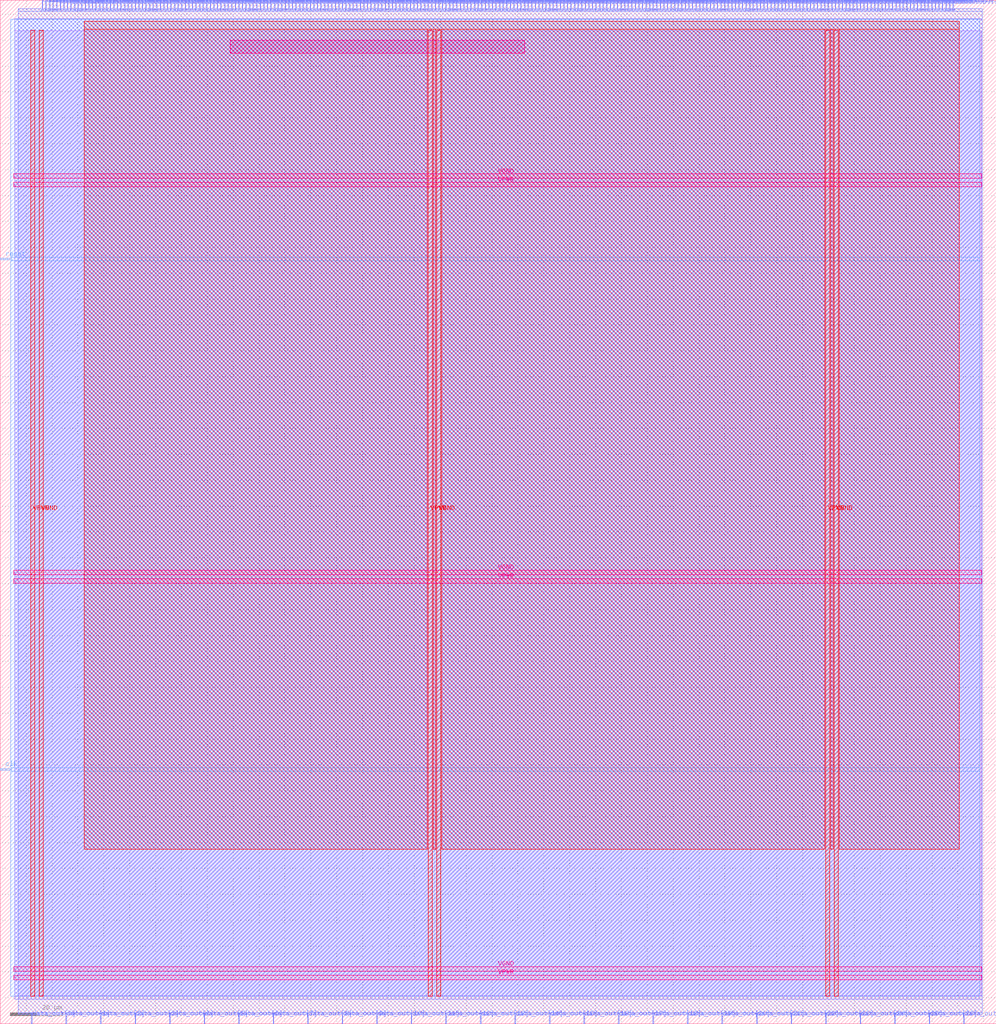
<source format=lef>
VERSION 5.7 ;
  NOWIREEXTENSIONATPIN ON ;
  DIVIDERCHAR "/" ;
  BUSBITCHARS "[]" ;
MACRO mac
  CLASS BLOCK ;
  FOREIGN mac ;
  ORIGIN 0.000 0.000 ;
  SIZE 384.820 BY 395.540 ;
  PIN VGND
    DIRECTION INOUT ;
    USE GROUND ;
    PORT
      LAYER met4 ;
        RECT 15.020 10.640 16.620 383.760 ;
    END
    PORT
      LAYER met4 ;
        RECT 168.620 10.640 170.220 383.760 ;
    END
    PORT
      LAYER met4 ;
        RECT 322.220 10.640 323.820 383.760 ;
    END
    PORT
      LAYER met5 ;
        RECT 5.280 20.380 379.280 21.980 ;
    END
    PORT
      LAYER met5 ;
        RECT 5.280 173.560 379.280 175.160 ;
    END
    PORT
      LAYER met5 ;
        RECT 5.280 326.740 379.280 328.340 ;
    END
  END VGND
  PIN VPWR
    DIRECTION INOUT ;
    USE POWER ;
    PORT
      LAYER met4 ;
        RECT 11.720 10.640 13.320 383.760 ;
    END
    PORT
      LAYER met4 ;
        RECT 165.320 10.640 166.920 383.760 ;
    END
    PORT
      LAYER met4 ;
        RECT 318.920 10.640 320.520 383.760 ;
    END
    PORT
      LAYER met5 ;
        RECT 5.280 17.080 379.280 18.680 ;
    END
    PORT
      LAYER met5 ;
        RECT 5.280 170.260 379.280 171.860 ;
    END
    PORT
      LAYER met5 ;
        RECT 5.280 323.440 379.280 325.040 ;
    END
  END VPWR
  PIN clk
    DIRECTION INPUT ;
    USE SIGNAL ;
    ANTENNAGATEAREA 0.852000 ;
    PORT
      LAYER met3 ;
        RECT 0.000 97.960 4.000 98.560 ;
    END
  END clk
  PIN data_in[0]
    DIRECTION INPUT ;
    USE SIGNAL ;
    ANTENNAGATEAREA 0.159000 ;
    PORT
      LAYER met2 ;
        RECT 16.190 391.540 16.470 395.540 ;
    END
  END data_in[0]
  PIN data_in[100]
    DIRECTION INPUT ;
    USE SIGNAL ;
    ANTENNAGATEAREA 0.159000 ;
    PORT
      LAYER met2 ;
        RECT 154.190 391.540 154.470 395.540 ;
    END
  END data_in[100]
  PIN data_in[101]
    DIRECTION INPUT ;
    USE SIGNAL ;
    ANTENNAGATEAREA 0.159000 ;
    PORT
      LAYER met2 ;
        RECT 155.570 391.540 155.850 395.540 ;
    END
  END data_in[101]
  PIN data_in[102]
    DIRECTION INPUT ;
    USE SIGNAL ;
    ANTENNAGATEAREA 0.159000 ;
    PORT
      LAYER met2 ;
        RECT 156.950 391.540 157.230 395.540 ;
    END
  END data_in[102]
  PIN data_in[103]
    DIRECTION INPUT ;
    USE SIGNAL ;
    ANTENNAGATEAREA 0.213000 ;
    PORT
      LAYER met2 ;
        RECT 158.330 391.540 158.610 395.540 ;
    END
  END data_in[103]
  PIN data_in[104]
    DIRECTION INPUT ;
    USE SIGNAL ;
    ANTENNAGATEAREA 0.213000 ;
    PORT
      LAYER met2 ;
        RECT 159.710 391.540 159.990 395.540 ;
    END
  END data_in[104]
  PIN data_in[105]
    DIRECTION INPUT ;
    USE SIGNAL ;
    ANTENNAGATEAREA 0.213000 ;
    PORT
      LAYER met2 ;
        RECT 161.090 391.540 161.370 395.540 ;
    END
  END data_in[105]
  PIN data_in[106]
    DIRECTION INPUT ;
    USE SIGNAL ;
    ANTENNAGATEAREA 0.213000 ;
    PORT
      LAYER met2 ;
        RECT 162.470 391.540 162.750 395.540 ;
    END
  END data_in[106]
  PIN data_in[107]
    DIRECTION INPUT ;
    USE SIGNAL ;
    ANTENNAGATEAREA 0.213000 ;
    PORT
      LAYER met2 ;
        RECT 163.850 391.540 164.130 395.540 ;
    END
  END data_in[107]
  PIN data_in[108]
    DIRECTION INPUT ;
    USE SIGNAL ;
    ANTENNAGATEAREA 0.196500 ;
    PORT
      LAYER met2 ;
        RECT 165.230 391.540 165.510 395.540 ;
    END
  END data_in[108]
  PIN data_in[109]
    DIRECTION INPUT ;
    USE SIGNAL ;
    ANTENNAGATEAREA 0.159000 ;
    PORT
      LAYER met2 ;
        RECT 166.610 391.540 166.890 395.540 ;
    END
  END data_in[109]
  PIN data_in[10]
    DIRECTION INPUT ;
    USE SIGNAL ;
    ANTENNAGATEAREA 0.159000 ;
    PORT
      LAYER met2 ;
        RECT 29.990 391.540 30.270 395.540 ;
    END
  END data_in[10]
  PIN data_in[110]
    DIRECTION INPUT ;
    USE SIGNAL ;
    ANTENNAGATEAREA 0.213000 ;
    PORT
      LAYER met2 ;
        RECT 167.990 391.540 168.270 395.540 ;
    END
  END data_in[110]
  PIN data_in[111]
    DIRECTION INPUT ;
    USE SIGNAL ;
    ANTENNAGATEAREA 0.196500 ;
    PORT
      LAYER met2 ;
        RECT 169.370 391.540 169.650 395.540 ;
    END
  END data_in[111]
  PIN data_in[112]
    DIRECTION INPUT ;
    USE SIGNAL ;
    ANTENNAGATEAREA 0.213000 ;
    PORT
      LAYER met2 ;
        RECT 170.750 391.540 171.030 395.540 ;
    END
  END data_in[112]
  PIN data_in[113]
    DIRECTION INPUT ;
    USE SIGNAL ;
    ANTENNAGATEAREA 0.213000 ;
    PORT
      LAYER met2 ;
        RECT 172.130 391.540 172.410 395.540 ;
    END
  END data_in[113]
  PIN data_in[114]
    DIRECTION INPUT ;
    USE SIGNAL ;
    ANTENNAGATEAREA 0.213000 ;
    PORT
      LAYER met2 ;
        RECT 173.510 391.540 173.790 395.540 ;
    END
  END data_in[114]
  PIN data_in[115]
    DIRECTION INPUT ;
    USE SIGNAL ;
    ANTENNAGATEAREA 0.247500 ;
    PORT
      LAYER met2 ;
        RECT 174.890 391.540 175.170 395.540 ;
    END
  END data_in[115]
  PIN data_in[116]
    DIRECTION INPUT ;
    USE SIGNAL ;
    ANTENNAGATEAREA 0.247500 ;
    PORT
      LAYER met2 ;
        RECT 176.270 391.540 176.550 395.540 ;
    END
  END data_in[116]
  PIN data_in[117]
    DIRECTION INPUT ;
    USE SIGNAL ;
    ANTENNAGATEAREA 0.247500 ;
    PORT
      LAYER met2 ;
        RECT 177.650 391.540 177.930 395.540 ;
    END
  END data_in[117]
  PIN data_in[118]
    DIRECTION INPUT ;
    USE SIGNAL ;
    ANTENNAGATEAREA 0.213000 ;
    PORT
      LAYER met2 ;
        RECT 179.030 391.540 179.310 395.540 ;
    END
  END data_in[118]
  PIN data_in[119]
    DIRECTION INPUT ;
    USE SIGNAL ;
    ANTENNAGATEAREA 0.213000 ;
    PORT
      LAYER met2 ;
        RECT 180.410 391.540 180.690 395.540 ;
    END
  END data_in[119]
  PIN data_in[11]
    DIRECTION INPUT ;
    USE SIGNAL ;
    ANTENNAGATEAREA 0.126000 ;
    PORT
      LAYER met2 ;
        RECT 31.370 391.540 31.650 395.540 ;
    END
  END data_in[11]
  PIN data_in[120]
    DIRECTION INPUT ;
    USE SIGNAL ;
    ANTENNAGATEAREA 0.213000 ;
    PORT
      LAYER met2 ;
        RECT 181.790 391.540 182.070 395.540 ;
    END
  END data_in[120]
  PIN data_in[121]
    DIRECTION INPUT ;
    USE SIGNAL ;
    ANTENNAGATEAREA 0.213000 ;
    PORT
      LAYER met2 ;
        RECT 183.170 391.540 183.450 395.540 ;
    END
  END data_in[121]
  PIN data_in[122]
    DIRECTION INPUT ;
    USE SIGNAL ;
    ANTENNAGATEAREA 0.247500 ;
    PORT
      LAYER met2 ;
        RECT 184.550 391.540 184.830 395.540 ;
    END
  END data_in[122]
  PIN data_in[123]
    DIRECTION INPUT ;
    USE SIGNAL ;
    ANTENNAGATEAREA 0.247500 ;
    PORT
      LAYER met2 ;
        RECT 185.930 391.540 186.210 395.540 ;
    END
  END data_in[123]
  PIN data_in[124]
    DIRECTION INPUT ;
    USE SIGNAL ;
    ANTENNAGATEAREA 0.213000 ;
    PORT
      LAYER met2 ;
        RECT 187.310 391.540 187.590 395.540 ;
    END
  END data_in[124]
  PIN data_in[125]
    DIRECTION INPUT ;
    USE SIGNAL ;
    ANTENNAGATEAREA 0.247500 ;
    PORT
      LAYER met2 ;
        RECT 188.690 391.540 188.970 395.540 ;
    END
  END data_in[125]
  PIN data_in[126]
    DIRECTION INPUT ;
    USE SIGNAL ;
    ANTENNAGATEAREA 0.213000 ;
    PORT
      LAYER met2 ;
        RECT 190.070 391.540 190.350 395.540 ;
    END
  END data_in[126]
  PIN data_in[127]
    DIRECTION INPUT ;
    USE SIGNAL ;
    ANTENNAGATEAREA 0.213000 ;
    PORT
      LAYER met2 ;
        RECT 191.450 391.540 191.730 395.540 ;
    END
  END data_in[127]
  PIN data_in[128]
    DIRECTION INPUT ;
    USE SIGNAL ;
    ANTENNAGATEAREA 0.159000 ;
    PORT
      LAYER met2 ;
        RECT 192.830 391.540 193.110 395.540 ;
    END
  END data_in[128]
  PIN data_in[129]
    DIRECTION INPUT ;
    USE SIGNAL ;
    ANTENNAGATEAREA 0.213000 ;
    PORT
      LAYER met2 ;
        RECT 194.210 391.540 194.490 395.540 ;
    END
  END data_in[129]
  PIN data_in[12]
    DIRECTION INPUT ;
    USE SIGNAL ;
    ANTENNAGATEAREA 0.213000 ;
    PORT
      LAYER met2 ;
        RECT 32.750 391.540 33.030 395.540 ;
    END
  END data_in[12]
  PIN data_in[130]
    DIRECTION INPUT ;
    USE SIGNAL ;
    ANTENNAGATEAREA 0.213000 ;
    PORT
      LAYER met2 ;
        RECT 195.590 391.540 195.870 395.540 ;
    END
  END data_in[130]
  PIN data_in[131]
    DIRECTION INPUT ;
    USE SIGNAL ;
    ANTENNAGATEAREA 0.247500 ;
    PORT
      LAYER met2 ;
        RECT 196.970 391.540 197.250 395.540 ;
    END
  END data_in[131]
  PIN data_in[132]
    DIRECTION INPUT ;
    USE SIGNAL ;
    ANTENNAGATEAREA 0.213000 ;
    PORT
      LAYER met2 ;
        RECT 198.350 391.540 198.630 395.540 ;
    END
  END data_in[132]
  PIN data_in[133]
    DIRECTION INPUT ;
    USE SIGNAL ;
    ANTENNAGATEAREA 0.159000 ;
    PORT
      LAYER met2 ;
        RECT 199.730 391.540 200.010 395.540 ;
    END
  END data_in[133]
  PIN data_in[134]
    DIRECTION INPUT ;
    USE SIGNAL ;
    ANTENNAGATEAREA 0.159000 ;
    PORT
      LAYER met2 ;
        RECT 201.110 391.540 201.390 395.540 ;
    END
  END data_in[134]
  PIN data_in[135]
    DIRECTION INPUT ;
    USE SIGNAL ;
    ANTENNAGATEAREA 0.213000 ;
    PORT
      LAYER met2 ;
        RECT 202.490 391.540 202.770 395.540 ;
    END
  END data_in[135]
  PIN data_in[136]
    DIRECTION INPUT ;
    USE SIGNAL ;
    ANTENNAGATEAREA 0.213000 ;
    PORT
      LAYER met2 ;
        RECT 203.870 391.540 204.150 395.540 ;
    END
  END data_in[136]
  PIN data_in[137]
    DIRECTION INPUT ;
    USE SIGNAL ;
    ANTENNAGATEAREA 0.159000 ;
    PORT
      LAYER met2 ;
        RECT 205.250 391.540 205.530 395.540 ;
    END
  END data_in[137]
  PIN data_in[138]
    DIRECTION INPUT ;
    USE SIGNAL ;
    ANTENNAGATEAREA 0.213000 ;
    PORT
      LAYER met2 ;
        RECT 206.630 391.540 206.910 395.540 ;
    END
  END data_in[138]
  PIN data_in[139]
    DIRECTION INPUT ;
    USE SIGNAL ;
    ANTENNAGATEAREA 0.213000 ;
    PORT
      LAYER met2 ;
        RECT 208.010 391.540 208.290 395.540 ;
    END
  END data_in[139]
  PIN data_in[13]
    DIRECTION INPUT ;
    USE SIGNAL ;
    ANTENNAGATEAREA 0.213000 ;
    PORT
      LAYER met2 ;
        RECT 34.130 391.540 34.410 395.540 ;
    END
  END data_in[13]
  PIN data_in[140]
    DIRECTION INPUT ;
    USE SIGNAL ;
    ANTENNAGATEAREA 0.213000 ;
    PORT
      LAYER met2 ;
        RECT 209.390 391.540 209.670 395.540 ;
    END
  END data_in[140]
  PIN data_in[141]
    DIRECTION INPUT ;
    USE SIGNAL ;
    ANTENNAGATEAREA 0.159000 ;
    PORT
      LAYER met2 ;
        RECT 210.770 391.540 211.050 395.540 ;
    END
  END data_in[141]
  PIN data_in[142]
    DIRECTION INPUT ;
    USE SIGNAL ;
    ANTENNAGATEAREA 0.213000 ;
    PORT
      LAYER met2 ;
        RECT 212.150 391.540 212.430 395.540 ;
    END
  END data_in[142]
  PIN data_in[143]
    DIRECTION INPUT ;
    USE SIGNAL ;
    ANTENNAGATEAREA 0.213000 ;
    PORT
      LAYER met2 ;
        RECT 213.530 391.540 213.810 395.540 ;
    END
  END data_in[143]
  PIN data_in[144]
    DIRECTION INPUT ;
    USE SIGNAL ;
    ANTENNAGATEAREA 0.213000 ;
    PORT
      LAYER met2 ;
        RECT 214.910 391.540 215.190 395.540 ;
    END
  END data_in[144]
  PIN data_in[145]
    DIRECTION INPUT ;
    USE SIGNAL ;
    ANTENNAGATEAREA 0.213000 ;
    PORT
      LAYER met2 ;
        RECT 216.290 391.540 216.570 395.540 ;
    END
  END data_in[145]
  PIN data_in[146]
    DIRECTION INPUT ;
    USE SIGNAL ;
    ANTENNAGATEAREA 0.159000 ;
    PORT
      LAYER met2 ;
        RECT 217.670 391.540 217.950 395.540 ;
    END
  END data_in[146]
  PIN data_in[147]
    DIRECTION INPUT ;
    USE SIGNAL ;
    ANTENNAGATEAREA 0.213000 ;
    PORT
      LAYER met2 ;
        RECT 219.050 391.540 219.330 395.540 ;
    END
  END data_in[147]
  PIN data_in[148]
    DIRECTION INPUT ;
    USE SIGNAL ;
    ANTENNAGATEAREA 0.159000 ;
    PORT
      LAYER met2 ;
        RECT 220.430 391.540 220.710 395.540 ;
    END
  END data_in[148]
  PIN data_in[149]
    DIRECTION INPUT ;
    USE SIGNAL ;
    ANTENNAGATEAREA 0.213000 ;
    PORT
      LAYER met2 ;
        RECT 221.810 391.540 222.090 395.540 ;
    END
  END data_in[149]
  PIN data_in[14]
    DIRECTION INPUT ;
    USE SIGNAL ;
    ANTENNAGATEAREA 0.159000 ;
    PORT
      LAYER met2 ;
        RECT 35.510 391.540 35.790 395.540 ;
    END
  END data_in[14]
  PIN data_in[150]
    DIRECTION INPUT ;
    USE SIGNAL ;
    ANTENNAGATEAREA 0.159000 ;
    PORT
      LAYER met2 ;
        RECT 223.190 391.540 223.470 395.540 ;
    END
  END data_in[150]
  PIN data_in[151]
    DIRECTION INPUT ;
    USE SIGNAL ;
    ANTENNAGATEAREA 0.213000 ;
    PORT
      LAYER met2 ;
        RECT 224.570 391.540 224.850 395.540 ;
    END
  END data_in[151]
  PIN data_in[152]
    DIRECTION INPUT ;
    USE SIGNAL ;
    ANTENNAGATEAREA 0.159000 ;
    PORT
      LAYER met2 ;
        RECT 225.950 391.540 226.230 395.540 ;
    END
  END data_in[152]
  PIN data_in[153]
    DIRECTION INPUT ;
    USE SIGNAL ;
    ANTENNAGATEAREA 0.159000 ;
    PORT
      LAYER met2 ;
        RECT 227.330 391.540 227.610 395.540 ;
    END
  END data_in[153]
  PIN data_in[154]
    DIRECTION INPUT ;
    USE SIGNAL ;
    ANTENNAGATEAREA 0.213000 ;
    PORT
      LAYER met2 ;
        RECT 228.710 391.540 228.990 395.540 ;
    END
  END data_in[154]
  PIN data_in[155]
    DIRECTION INPUT ;
    USE SIGNAL ;
    ANTENNAGATEAREA 0.213000 ;
    PORT
      LAYER met2 ;
        RECT 230.090 391.540 230.370 395.540 ;
    END
  END data_in[155]
  PIN data_in[156]
    DIRECTION INPUT ;
    USE SIGNAL ;
    ANTENNAGATEAREA 0.159000 ;
    PORT
      LAYER met2 ;
        RECT 231.470 391.540 231.750 395.540 ;
    END
  END data_in[156]
  PIN data_in[157]
    DIRECTION INPUT ;
    USE SIGNAL ;
    ANTENNAGATEAREA 0.213000 ;
    PORT
      LAYER met2 ;
        RECT 232.850 391.540 233.130 395.540 ;
    END
  END data_in[157]
  PIN data_in[158]
    DIRECTION INPUT ;
    USE SIGNAL ;
    ANTENNAGATEAREA 0.159000 ;
    PORT
      LAYER met2 ;
        RECT 234.230 391.540 234.510 395.540 ;
    END
  END data_in[158]
  PIN data_in[159]
    DIRECTION INPUT ;
    USE SIGNAL ;
    ANTENNAGATEAREA 0.159000 ;
    PORT
      LAYER met2 ;
        RECT 235.610 391.540 235.890 395.540 ;
    END
  END data_in[159]
  PIN data_in[15]
    DIRECTION INPUT ;
    USE SIGNAL ;
    ANTENNAGATEAREA 0.213000 ;
    PORT
      LAYER met2 ;
        RECT 36.890 391.540 37.170 395.540 ;
    END
  END data_in[15]
  PIN data_in[160]
    DIRECTION INPUT ;
    USE SIGNAL ;
    ANTENNAGATEAREA 0.213000 ;
    PORT
      LAYER met2 ;
        RECT 236.990 391.540 237.270 395.540 ;
    END
  END data_in[160]
  PIN data_in[161]
    DIRECTION INPUT ;
    USE SIGNAL ;
    ANTENNAGATEAREA 0.159000 ;
    PORT
      LAYER met2 ;
        RECT 238.370 391.540 238.650 395.540 ;
    END
  END data_in[161]
  PIN data_in[162]
    DIRECTION INPUT ;
    USE SIGNAL ;
    ANTENNAGATEAREA 0.159000 ;
    PORT
      LAYER met2 ;
        RECT 239.750 391.540 240.030 395.540 ;
    END
  END data_in[162]
  PIN data_in[163]
    DIRECTION INPUT ;
    USE SIGNAL ;
    ANTENNAGATEAREA 0.213000 ;
    PORT
      LAYER met2 ;
        RECT 241.130 391.540 241.410 395.540 ;
    END
  END data_in[163]
  PIN data_in[164]
    DIRECTION INPUT ;
    USE SIGNAL ;
    ANTENNAGATEAREA 0.213000 ;
    PORT
      LAYER met2 ;
        RECT 242.510 391.540 242.790 395.540 ;
    END
  END data_in[164]
  PIN data_in[165]
    DIRECTION INPUT ;
    USE SIGNAL ;
    ANTENNAGATEAREA 0.213000 ;
    PORT
      LAYER met2 ;
        RECT 243.890 391.540 244.170 395.540 ;
    END
  END data_in[165]
  PIN data_in[166]
    DIRECTION INPUT ;
    USE SIGNAL ;
    ANTENNAGATEAREA 0.159000 ;
    PORT
      LAYER met2 ;
        RECT 245.270 391.540 245.550 395.540 ;
    END
  END data_in[166]
  PIN data_in[167]
    DIRECTION INPUT ;
    USE SIGNAL ;
    ANTENNAGATEAREA 0.159000 ;
    PORT
      LAYER met2 ;
        RECT 246.650 391.540 246.930 395.540 ;
    END
  END data_in[167]
  PIN data_in[168]
    DIRECTION INPUT ;
    USE SIGNAL ;
    ANTENNAGATEAREA 0.159000 ;
    PORT
      LAYER met2 ;
        RECT 248.030 391.540 248.310 395.540 ;
    END
  END data_in[168]
  PIN data_in[169]
    DIRECTION INPUT ;
    USE SIGNAL ;
    ANTENNAGATEAREA 0.159000 ;
    PORT
      LAYER met2 ;
        RECT 249.410 391.540 249.690 395.540 ;
    END
  END data_in[169]
  PIN data_in[16]
    DIRECTION INPUT ;
    USE SIGNAL ;
    ANTENNAGATEAREA 0.247500 ;
    PORT
      LAYER met2 ;
        RECT 38.270 391.540 38.550 395.540 ;
    END
  END data_in[16]
  PIN data_in[170]
    DIRECTION INPUT ;
    USE SIGNAL ;
    ANTENNAGATEAREA 0.213000 ;
    PORT
      LAYER met2 ;
        RECT 250.790 391.540 251.070 395.540 ;
    END
  END data_in[170]
  PIN data_in[171]
    DIRECTION INPUT ;
    USE SIGNAL ;
    ANTENNAGATEAREA 0.159000 ;
    PORT
      LAYER met2 ;
        RECT 252.170 391.540 252.450 395.540 ;
    END
  END data_in[171]
  PIN data_in[172]
    DIRECTION INPUT ;
    USE SIGNAL ;
    ANTENNAGATEAREA 0.213000 ;
    PORT
      LAYER met2 ;
        RECT 253.550 391.540 253.830 395.540 ;
    END
  END data_in[172]
  PIN data_in[173]
    DIRECTION INPUT ;
    USE SIGNAL ;
    ANTENNAGATEAREA 0.159000 ;
    PORT
      LAYER met2 ;
        RECT 254.930 391.540 255.210 395.540 ;
    END
  END data_in[173]
  PIN data_in[174]
    DIRECTION INPUT ;
    USE SIGNAL ;
    ANTENNAGATEAREA 0.213000 ;
    PORT
      LAYER met2 ;
        RECT 256.310 391.540 256.590 395.540 ;
    END
  END data_in[174]
  PIN data_in[175]
    DIRECTION INPUT ;
    USE SIGNAL ;
    ANTENNAGATEAREA 0.213000 ;
    PORT
      LAYER met2 ;
        RECT 257.690 391.540 257.970 395.540 ;
    END
  END data_in[175]
  PIN data_in[176]
    DIRECTION INPUT ;
    USE SIGNAL ;
    ANTENNAGATEAREA 0.213000 ;
    PORT
      LAYER met2 ;
        RECT 259.070 391.540 259.350 395.540 ;
    END
  END data_in[176]
  PIN data_in[177]
    DIRECTION INPUT ;
    USE SIGNAL ;
    ANTENNAGATEAREA 0.159000 ;
    PORT
      LAYER met2 ;
        RECT 260.450 391.540 260.730 395.540 ;
    END
  END data_in[177]
  PIN data_in[178]
    DIRECTION INPUT ;
    USE SIGNAL ;
    ANTENNAGATEAREA 0.213000 ;
    PORT
      LAYER met2 ;
        RECT 261.830 391.540 262.110 395.540 ;
    END
  END data_in[178]
  PIN data_in[179]
    DIRECTION INPUT ;
    USE SIGNAL ;
    ANTENNAGATEAREA 0.213000 ;
    PORT
      LAYER met2 ;
        RECT 263.210 391.540 263.490 395.540 ;
    END
  END data_in[179]
  PIN data_in[17]
    DIRECTION INPUT ;
    USE SIGNAL ;
    ANTENNAGATEAREA 0.247500 ;
    PORT
      LAYER met2 ;
        RECT 39.650 391.540 39.930 395.540 ;
    END
  END data_in[17]
  PIN data_in[180]
    DIRECTION INPUT ;
    USE SIGNAL ;
    ANTENNAGATEAREA 0.213000 ;
    PORT
      LAYER met2 ;
        RECT 264.590 391.540 264.870 395.540 ;
    END
  END data_in[180]
  PIN data_in[181]
    DIRECTION INPUT ;
    USE SIGNAL ;
    ANTENNAGATEAREA 0.213000 ;
    PORT
      LAYER met2 ;
        RECT 265.970 391.540 266.250 395.540 ;
    END
  END data_in[181]
  PIN data_in[182]
    DIRECTION INPUT ;
    USE SIGNAL ;
    ANTENNAGATEAREA 0.213000 ;
    PORT
      LAYER met2 ;
        RECT 267.350 391.540 267.630 395.540 ;
    END
  END data_in[182]
  PIN data_in[183]
    DIRECTION INPUT ;
    USE SIGNAL ;
    ANTENNAGATEAREA 0.213000 ;
    PORT
      LAYER met2 ;
        RECT 268.730 391.540 269.010 395.540 ;
    END
  END data_in[183]
  PIN data_in[184]
    DIRECTION INPUT ;
    USE SIGNAL ;
    ANTENNAGATEAREA 0.159000 ;
    PORT
      LAYER met2 ;
        RECT 270.110 391.540 270.390 395.540 ;
    END
  END data_in[184]
  PIN data_in[185]
    DIRECTION INPUT ;
    USE SIGNAL ;
    ANTENNAGATEAREA 0.126000 ;
    PORT
      LAYER met2 ;
        RECT 271.490 391.540 271.770 395.540 ;
    END
  END data_in[185]
  PIN data_in[186]
    DIRECTION INPUT ;
    USE SIGNAL ;
    ANTENNAGATEAREA 0.213000 ;
    PORT
      LAYER met2 ;
        RECT 272.870 391.540 273.150 395.540 ;
    END
  END data_in[186]
  PIN data_in[187]
    DIRECTION INPUT ;
    USE SIGNAL ;
    ANTENNAGATEAREA 0.159000 ;
    PORT
      LAYER met2 ;
        RECT 274.250 391.540 274.530 395.540 ;
    END
  END data_in[187]
  PIN data_in[188]
    DIRECTION INPUT ;
    USE SIGNAL ;
    ANTENNAGATEAREA 0.213000 ;
    PORT
      LAYER met2 ;
        RECT 275.630 391.540 275.910 395.540 ;
    END
  END data_in[188]
  PIN data_in[189]
    DIRECTION INPUT ;
    USE SIGNAL ;
    ANTENNAGATEAREA 0.159000 ;
    PORT
      LAYER met2 ;
        RECT 277.010 391.540 277.290 395.540 ;
    END
  END data_in[189]
  PIN data_in[18]
    DIRECTION INPUT ;
    USE SIGNAL ;
    ANTENNAGATEAREA 0.213000 ;
    PORT
      LAYER met2 ;
        RECT 41.030 391.540 41.310 395.540 ;
    END
  END data_in[18]
  PIN data_in[190]
    DIRECTION INPUT ;
    USE SIGNAL ;
    ANTENNAGATEAREA 0.159000 ;
    PORT
      LAYER met2 ;
        RECT 278.390 391.540 278.670 395.540 ;
    END
  END data_in[190]
  PIN data_in[191]
    DIRECTION INPUT ;
    USE SIGNAL ;
    ANTENNAGATEAREA 0.159000 ;
    PORT
      LAYER met2 ;
        RECT 279.770 391.540 280.050 395.540 ;
    END
  END data_in[191]
  PIN data_in[192]
    DIRECTION INPUT ;
    USE SIGNAL ;
    ANTENNAGATEAREA 0.213000 ;
    PORT
      LAYER met2 ;
        RECT 281.150 391.540 281.430 395.540 ;
    END
  END data_in[192]
  PIN data_in[193]
    DIRECTION INPUT ;
    USE SIGNAL ;
    ANTENNAGATEAREA 0.247500 ;
    PORT
      LAYER met2 ;
        RECT 282.530 391.540 282.810 395.540 ;
    END
  END data_in[193]
  PIN data_in[194]
    DIRECTION INPUT ;
    USE SIGNAL ;
    ANTENNAGATEAREA 0.213000 ;
    PORT
      LAYER met2 ;
        RECT 283.910 391.540 284.190 395.540 ;
    END
  END data_in[194]
  PIN data_in[195]
    DIRECTION INPUT ;
    USE SIGNAL ;
    ANTENNAGATEAREA 0.213000 ;
    PORT
      LAYER met2 ;
        RECT 285.290 391.540 285.570 395.540 ;
    END
  END data_in[195]
  PIN data_in[196]
    DIRECTION INPUT ;
    USE SIGNAL ;
    ANTENNAGATEAREA 0.213000 ;
    PORT
      LAYER met2 ;
        RECT 286.670 391.540 286.950 395.540 ;
    END
  END data_in[196]
  PIN data_in[197]
    DIRECTION INPUT ;
    USE SIGNAL ;
    ANTENNAGATEAREA 0.213000 ;
    PORT
      LAYER met2 ;
        RECT 288.050 391.540 288.330 395.540 ;
    END
  END data_in[197]
  PIN data_in[198]
    DIRECTION INPUT ;
    USE SIGNAL ;
    ANTENNAGATEAREA 0.247500 ;
    PORT
      LAYER met2 ;
        RECT 289.430 391.540 289.710 395.540 ;
    END
  END data_in[198]
  PIN data_in[199]
    DIRECTION INPUT ;
    USE SIGNAL ;
    ANTENNAGATEAREA 0.213000 ;
    PORT
      LAYER met2 ;
        RECT 290.810 391.540 291.090 395.540 ;
    END
  END data_in[199]
  PIN data_in[19]
    DIRECTION INPUT ;
    USE SIGNAL ;
    ANTENNAGATEAREA 0.213000 ;
    PORT
      LAYER met2 ;
        RECT 42.410 391.540 42.690 395.540 ;
    END
  END data_in[19]
  PIN data_in[1]
    DIRECTION INPUT ;
    USE SIGNAL ;
    ANTENNAGATEAREA 0.247500 ;
    PORT
      LAYER met2 ;
        RECT 17.570 391.540 17.850 395.540 ;
    END
  END data_in[1]
  PIN data_in[200]
    DIRECTION INPUT ;
    USE SIGNAL ;
    ANTENNAGATEAREA 0.213000 ;
    PORT
      LAYER met2 ;
        RECT 292.190 391.540 292.470 395.540 ;
    END
  END data_in[200]
  PIN data_in[201]
    DIRECTION INPUT ;
    USE SIGNAL ;
    ANTENNAGATEAREA 0.213000 ;
    PORT
      LAYER met2 ;
        RECT 293.570 391.540 293.850 395.540 ;
    END
  END data_in[201]
  PIN data_in[202]
    DIRECTION INPUT ;
    USE SIGNAL ;
    ANTENNAGATEAREA 0.213000 ;
    PORT
      LAYER met2 ;
        RECT 294.950 391.540 295.230 395.540 ;
    END
  END data_in[202]
  PIN data_in[203]
    DIRECTION INPUT ;
    USE SIGNAL ;
    ANTENNAGATEAREA 0.247500 ;
    PORT
      LAYER met2 ;
        RECT 296.330 391.540 296.610 395.540 ;
    END
  END data_in[203]
  PIN data_in[204]
    DIRECTION INPUT ;
    USE SIGNAL ;
    ANTENNAGATEAREA 0.213000 ;
    PORT
      LAYER met2 ;
        RECT 297.710 391.540 297.990 395.540 ;
    END
  END data_in[204]
  PIN data_in[205]
    DIRECTION INPUT ;
    USE SIGNAL ;
    ANTENNAGATEAREA 0.213000 ;
    PORT
      LAYER met2 ;
        RECT 299.090 391.540 299.370 395.540 ;
    END
  END data_in[205]
  PIN data_in[206]
    DIRECTION INPUT ;
    USE SIGNAL ;
    ANTENNAGATEAREA 0.247500 ;
    PORT
      LAYER met2 ;
        RECT 300.470 391.540 300.750 395.540 ;
    END
  END data_in[206]
  PIN data_in[207]
    DIRECTION INPUT ;
    USE SIGNAL ;
    ANTENNAGATEAREA 0.159000 ;
    PORT
      LAYER met2 ;
        RECT 301.850 391.540 302.130 395.540 ;
    END
  END data_in[207]
  PIN data_in[208]
    DIRECTION INPUT ;
    USE SIGNAL ;
    ANTENNAGATEAREA 0.213000 ;
    PORT
      LAYER met2 ;
        RECT 303.230 391.540 303.510 395.540 ;
    END
  END data_in[208]
  PIN data_in[209]
    DIRECTION INPUT ;
    USE SIGNAL ;
    ANTENNAGATEAREA 0.213000 ;
    PORT
      LAYER met2 ;
        RECT 304.610 391.540 304.890 395.540 ;
    END
  END data_in[209]
  PIN data_in[20]
    DIRECTION INPUT ;
    USE SIGNAL ;
    ANTENNAGATEAREA 0.213000 ;
    PORT
      LAYER met2 ;
        RECT 43.790 391.540 44.070 395.540 ;
    END
  END data_in[20]
  PIN data_in[210]
    DIRECTION INPUT ;
    USE SIGNAL ;
    ANTENNAGATEAREA 0.213000 ;
    PORT
      LAYER met2 ;
        RECT 305.990 391.540 306.270 395.540 ;
    END
  END data_in[210]
  PIN data_in[211]
    DIRECTION INPUT ;
    USE SIGNAL ;
    ANTENNAGATEAREA 0.213000 ;
    PORT
      LAYER met2 ;
        RECT 307.370 391.540 307.650 395.540 ;
    END
  END data_in[211]
  PIN data_in[212]
    DIRECTION INPUT ;
    USE SIGNAL ;
    ANTENNAGATEAREA 0.159000 ;
    PORT
      LAYER met2 ;
        RECT 308.750 391.540 309.030 395.540 ;
    END
  END data_in[212]
  PIN data_in[213]
    DIRECTION INPUT ;
    USE SIGNAL ;
    ANTENNAGATEAREA 0.159000 ;
    PORT
      LAYER met2 ;
        RECT 310.130 391.540 310.410 395.540 ;
    END
  END data_in[213]
  PIN data_in[214]
    DIRECTION INPUT ;
    USE SIGNAL ;
    ANTENNAGATEAREA 0.159000 ;
    PORT
      LAYER met2 ;
        RECT 311.510 391.540 311.790 395.540 ;
    END
  END data_in[214]
  PIN data_in[215]
    DIRECTION INPUT ;
    USE SIGNAL ;
    ANTENNAGATEAREA 0.213000 ;
    PORT
      LAYER met2 ;
        RECT 312.890 391.540 313.170 395.540 ;
    END
  END data_in[215]
  PIN data_in[216]
    DIRECTION INPUT ;
    USE SIGNAL ;
    ANTENNAGATEAREA 0.159000 ;
    PORT
      LAYER met2 ;
        RECT 314.270 391.540 314.550 395.540 ;
    END
  END data_in[216]
  PIN data_in[217]
    DIRECTION INPUT ;
    USE SIGNAL ;
    ANTENNAGATEAREA 0.213000 ;
    PORT
      LAYER met2 ;
        RECT 315.650 391.540 315.930 395.540 ;
    END
  END data_in[217]
  PIN data_in[218]
    DIRECTION INPUT ;
    USE SIGNAL ;
    ANTENNAGATEAREA 0.213000 ;
    PORT
      LAYER met2 ;
        RECT 317.030 391.540 317.310 395.540 ;
    END
  END data_in[218]
  PIN data_in[219]
    DIRECTION INPUT ;
    USE SIGNAL ;
    ANTENNAGATEAREA 0.213000 ;
    PORT
      LAYER met2 ;
        RECT 318.410 391.540 318.690 395.540 ;
    END
  END data_in[219]
  PIN data_in[21]
    DIRECTION INPUT ;
    USE SIGNAL ;
    ANTENNAGATEAREA 0.213000 ;
    PORT
      LAYER met2 ;
        RECT 45.170 391.540 45.450 395.540 ;
    END
  END data_in[21]
  PIN data_in[220]
    DIRECTION INPUT ;
    USE SIGNAL ;
    ANTENNAGATEAREA 0.213000 ;
    PORT
      LAYER met2 ;
        RECT 319.790 391.540 320.070 395.540 ;
    END
  END data_in[220]
  PIN data_in[221]
    DIRECTION INPUT ;
    USE SIGNAL ;
    ANTENNAGATEAREA 0.213000 ;
    PORT
      LAYER met2 ;
        RECT 321.170 391.540 321.450 395.540 ;
    END
  END data_in[221]
  PIN data_in[222]
    DIRECTION INPUT ;
    USE SIGNAL ;
    ANTENNAGATEAREA 0.213000 ;
    PORT
      LAYER met2 ;
        RECT 322.550 391.540 322.830 395.540 ;
    END
  END data_in[222]
  PIN data_in[223]
    DIRECTION INPUT ;
    USE SIGNAL ;
    ANTENNAGATEAREA 0.159000 ;
    PORT
      LAYER met2 ;
        RECT 323.930 391.540 324.210 395.540 ;
    END
  END data_in[223]
  PIN data_in[224]
    DIRECTION INPUT ;
    USE SIGNAL ;
    ANTENNAGATEAREA 0.213000 ;
    PORT
      LAYER met2 ;
        RECT 325.310 391.540 325.590 395.540 ;
    END
  END data_in[224]
  PIN data_in[225]
    DIRECTION INPUT ;
    USE SIGNAL ;
    ANTENNAGATEAREA 0.159000 ;
    PORT
      LAYER met2 ;
        RECT 326.690 391.540 326.970 395.540 ;
    END
  END data_in[225]
  PIN data_in[226]
    DIRECTION INPUT ;
    USE SIGNAL ;
    ANTENNAGATEAREA 0.196500 ;
    PORT
      LAYER met2 ;
        RECT 328.070 391.540 328.350 395.540 ;
    END
  END data_in[226]
  PIN data_in[227]
    DIRECTION INPUT ;
    USE SIGNAL ;
    ANTENNAGATEAREA 0.159000 ;
    PORT
      LAYER met2 ;
        RECT 329.450 391.540 329.730 395.540 ;
    END
  END data_in[227]
  PIN data_in[228]
    DIRECTION INPUT ;
    USE SIGNAL ;
    ANTENNAGATEAREA 0.213000 ;
    PORT
      LAYER met2 ;
        RECT 330.830 391.540 331.110 395.540 ;
    END
  END data_in[228]
  PIN data_in[229]
    DIRECTION INPUT ;
    USE SIGNAL ;
    ANTENNAGATEAREA 0.213000 ;
    PORT
      LAYER met2 ;
        RECT 332.210 391.540 332.490 395.540 ;
    END
  END data_in[229]
  PIN data_in[22]
    DIRECTION INPUT ;
    USE SIGNAL ;
    ANTENNAGATEAREA 0.213000 ;
    PORT
      LAYER met2 ;
        RECT 46.550 391.540 46.830 395.540 ;
    END
  END data_in[22]
  PIN data_in[230]
    DIRECTION INPUT ;
    USE SIGNAL ;
    ANTENNAGATEAREA 0.159000 ;
    PORT
      LAYER met2 ;
        RECT 333.590 391.540 333.870 395.540 ;
    END
  END data_in[230]
  PIN data_in[231]
    DIRECTION INPUT ;
    USE SIGNAL ;
    ANTENNAGATEAREA 0.213000 ;
    PORT
      LAYER met2 ;
        RECT 334.970 391.540 335.250 395.540 ;
    END
  END data_in[231]
  PIN data_in[232]
    DIRECTION INPUT ;
    USE SIGNAL ;
    ANTENNAGATEAREA 0.213000 ;
    PORT
      LAYER met2 ;
        RECT 336.350 391.540 336.630 395.540 ;
    END
  END data_in[232]
  PIN data_in[233]
    DIRECTION INPUT ;
    USE SIGNAL ;
    ANTENNAGATEAREA 0.213000 ;
    PORT
      LAYER met2 ;
        RECT 337.730 391.540 338.010 395.540 ;
    END
  END data_in[233]
  PIN data_in[234]
    DIRECTION INPUT ;
    USE SIGNAL ;
    ANTENNAGATEAREA 0.159000 ;
    PORT
      LAYER met2 ;
        RECT 339.110 391.540 339.390 395.540 ;
    END
  END data_in[234]
  PIN data_in[235]
    DIRECTION INPUT ;
    USE SIGNAL ;
    ANTENNAGATEAREA 0.159000 ;
    PORT
      LAYER met2 ;
        RECT 340.490 391.540 340.770 395.540 ;
    END
  END data_in[235]
  PIN data_in[236]
    DIRECTION INPUT ;
    USE SIGNAL ;
    ANTENNAGATEAREA 0.196500 ;
    PORT
      LAYER met2 ;
        RECT 341.870 391.540 342.150 395.540 ;
    END
  END data_in[236]
  PIN data_in[237]
    DIRECTION INPUT ;
    USE SIGNAL ;
    ANTENNAGATEAREA 0.213000 ;
    PORT
      LAYER met2 ;
        RECT 343.250 391.540 343.530 395.540 ;
    END
  END data_in[237]
  PIN data_in[238]
    DIRECTION INPUT ;
    USE SIGNAL ;
    ANTENNAGATEAREA 0.159000 ;
    PORT
      LAYER met2 ;
        RECT 344.630 391.540 344.910 395.540 ;
    END
  END data_in[238]
  PIN data_in[239]
    DIRECTION INPUT ;
    USE SIGNAL ;
    ANTENNAGATEAREA 0.213000 ;
    PORT
      LAYER met2 ;
        RECT 346.010 391.540 346.290 395.540 ;
    END
  END data_in[239]
  PIN data_in[23]
    DIRECTION INPUT ;
    USE SIGNAL ;
    ANTENNAGATEAREA 0.159000 ;
    PORT
      LAYER met2 ;
        RECT 47.930 391.540 48.210 395.540 ;
    END
  END data_in[23]
  PIN data_in[240]
    DIRECTION INPUT ;
    USE SIGNAL ;
    ANTENNAGATEAREA 0.159000 ;
    PORT
      LAYER met2 ;
        RECT 347.390 391.540 347.670 395.540 ;
    END
  END data_in[240]
  PIN data_in[241]
    DIRECTION INPUT ;
    USE SIGNAL ;
    ANTENNAGATEAREA 0.159000 ;
    PORT
      LAYER met2 ;
        RECT 348.770 391.540 349.050 395.540 ;
    END
  END data_in[241]
  PIN data_in[242]
    DIRECTION INPUT ;
    USE SIGNAL ;
    ANTENNAGATEAREA 0.213000 ;
    PORT
      LAYER met2 ;
        RECT 350.150 391.540 350.430 395.540 ;
    END
  END data_in[242]
  PIN data_in[243]
    DIRECTION INPUT ;
    USE SIGNAL ;
    ANTENNAGATEAREA 0.159000 ;
    PORT
      LAYER met2 ;
        RECT 351.530 391.540 351.810 395.540 ;
    END
  END data_in[243]
  PIN data_in[244]
    DIRECTION INPUT ;
    USE SIGNAL ;
    ANTENNAGATEAREA 0.213000 ;
    PORT
      LAYER met2 ;
        RECT 352.910 391.540 353.190 395.540 ;
    END
  END data_in[244]
  PIN data_in[245]
    DIRECTION INPUT ;
    USE SIGNAL ;
    ANTENNAGATEAREA 0.213000 ;
    PORT
      LAYER met2 ;
        RECT 354.290 391.540 354.570 395.540 ;
    END
  END data_in[245]
  PIN data_in[246]
    DIRECTION INPUT ;
    USE SIGNAL ;
    ANTENNAGATEAREA 0.159000 ;
    PORT
      LAYER met2 ;
        RECT 355.670 391.540 355.950 395.540 ;
    END
  END data_in[246]
  PIN data_in[247]
    DIRECTION INPUT ;
    USE SIGNAL ;
    ANTENNAGATEAREA 0.159000 ;
    PORT
      LAYER met2 ;
        RECT 357.050 391.540 357.330 395.540 ;
    END
  END data_in[247]
  PIN data_in[248]
    DIRECTION INPUT ;
    USE SIGNAL ;
    ANTENNAGATEAREA 0.159000 ;
    PORT
      LAYER met2 ;
        RECT 358.430 391.540 358.710 395.540 ;
    END
  END data_in[248]
  PIN data_in[249]
    DIRECTION INPUT ;
    USE SIGNAL ;
    ANTENNAGATEAREA 0.213000 ;
    PORT
      LAYER met2 ;
        RECT 359.810 391.540 360.090 395.540 ;
    END
  END data_in[249]
  PIN data_in[24]
    DIRECTION INPUT ;
    USE SIGNAL ;
    ANTENNAGATEAREA 0.159000 ;
    PORT
      LAYER met2 ;
        RECT 49.310 391.540 49.590 395.540 ;
    END
  END data_in[24]
  PIN data_in[250]
    DIRECTION INPUT ;
    USE SIGNAL ;
    ANTENNAGATEAREA 0.159000 ;
    PORT
      LAYER met2 ;
        RECT 361.190 391.540 361.470 395.540 ;
    END
  END data_in[250]
  PIN data_in[251]
    DIRECTION INPUT ;
    USE SIGNAL ;
    ANTENNAGATEAREA 0.213000 ;
    PORT
      LAYER met2 ;
        RECT 362.570 391.540 362.850 395.540 ;
    END
  END data_in[251]
  PIN data_in[252]
    DIRECTION INPUT ;
    USE SIGNAL ;
    ANTENNAGATEAREA 0.213000 ;
    PORT
      LAYER met2 ;
        RECT 363.950 391.540 364.230 395.540 ;
    END
  END data_in[252]
  PIN data_in[253]
    DIRECTION INPUT ;
    USE SIGNAL ;
    ANTENNAGATEAREA 0.159000 ;
    PORT
      LAYER met2 ;
        RECT 365.330 391.540 365.610 395.540 ;
    END
  END data_in[253]
  PIN data_in[254]
    DIRECTION INPUT ;
    USE SIGNAL ;
    ANTENNAGATEAREA 0.159000 ;
    PORT
      LAYER met2 ;
        RECT 366.710 391.540 366.990 395.540 ;
    END
  END data_in[254]
  PIN data_in[255]
    DIRECTION INPUT ;
    USE SIGNAL ;
    ANTENNAGATEAREA 0.213000 ;
    PORT
      LAYER met2 ;
        RECT 368.090 391.540 368.370 395.540 ;
    END
  END data_in[255]
  PIN data_in[25]
    DIRECTION INPUT ;
    USE SIGNAL ;
    ANTENNAGATEAREA 0.213000 ;
    PORT
      LAYER met2 ;
        RECT 50.690 391.540 50.970 395.540 ;
    END
  END data_in[25]
  PIN data_in[26]
    DIRECTION INPUT ;
    USE SIGNAL ;
    ANTENNAGATEAREA 0.213000 ;
    PORT
      LAYER met2 ;
        RECT 52.070 391.540 52.350 395.540 ;
    END
  END data_in[26]
  PIN data_in[27]
    DIRECTION INPUT ;
    USE SIGNAL ;
    ANTENNAGATEAREA 0.213000 ;
    PORT
      LAYER met2 ;
        RECT 53.450 391.540 53.730 395.540 ;
    END
  END data_in[27]
  PIN data_in[28]
    DIRECTION INPUT ;
    USE SIGNAL ;
    ANTENNAGATEAREA 0.247500 ;
    PORT
      LAYER met2 ;
        RECT 54.830 391.540 55.110 395.540 ;
    END
  END data_in[28]
  PIN data_in[29]
    DIRECTION INPUT ;
    USE SIGNAL ;
    ANTENNAGATEAREA 0.247500 ;
    PORT
      LAYER met2 ;
        RECT 56.210 391.540 56.490 395.540 ;
    END
  END data_in[29]
  PIN data_in[2]
    DIRECTION INPUT ;
    USE SIGNAL ;
    ANTENNAGATEAREA 0.213000 ;
    PORT
      LAYER met2 ;
        RECT 18.950 391.540 19.230 395.540 ;
    END
  END data_in[2]
  PIN data_in[30]
    DIRECTION INPUT ;
    USE SIGNAL ;
    ANTENNAGATEAREA 0.159000 ;
    PORT
      LAYER met2 ;
        RECT 57.590 391.540 57.870 395.540 ;
    END
  END data_in[30]
  PIN data_in[31]
    DIRECTION INPUT ;
    USE SIGNAL ;
    ANTENNAGATEAREA 0.213000 ;
    PORT
      LAYER met2 ;
        RECT 58.970 391.540 59.250 395.540 ;
    END
  END data_in[31]
  PIN data_in[32]
    DIRECTION INPUT ;
    USE SIGNAL ;
    ANTENNAGATEAREA 0.213000 ;
    PORT
      LAYER met2 ;
        RECT 60.350 391.540 60.630 395.540 ;
    END
  END data_in[32]
  PIN data_in[33]
    DIRECTION INPUT ;
    USE SIGNAL ;
    ANTENNAGATEAREA 0.213000 ;
    PORT
      LAYER met2 ;
        RECT 61.730 391.540 62.010 395.540 ;
    END
  END data_in[33]
  PIN data_in[34]
    DIRECTION INPUT ;
    USE SIGNAL ;
    ANTENNAGATEAREA 0.213000 ;
    PORT
      LAYER met2 ;
        RECT 63.110 391.540 63.390 395.540 ;
    END
  END data_in[34]
  PIN data_in[35]
    DIRECTION INPUT ;
    USE SIGNAL ;
    ANTENNAGATEAREA 0.213000 ;
    PORT
      LAYER met2 ;
        RECT 64.490 391.540 64.770 395.540 ;
    END
  END data_in[35]
  PIN data_in[36]
    DIRECTION INPUT ;
    USE SIGNAL ;
    ANTENNAGATEAREA 0.213000 ;
    PORT
      LAYER met2 ;
        RECT 65.870 391.540 66.150 395.540 ;
    END
  END data_in[36]
  PIN data_in[37]
    DIRECTION INPUT ;
    USE SIGNAL ;
    ANTENNAGATEAREA 0.159000 ;
    PORT
      LAYER met2 ;
        RECT 67.250 391.540 67.530 395.540 ;
    END
  END data_in[37]
  PIN data_in[38]
    DIRECTION INPUT ;
    USE SIGNAL ;
    ANTENNAGATEAREA 0.247500 ;
    PORT
      LAYER met2 ;
        RECT 68.630 391.540 68.910 395.540 ;
    END
  END data_in[38]
  PIN data_in[39]
    DIRECTION INPUT ;
    USE SIGNAL ;
    ANTENNAGATEAREA 0.159000 ;
    PORT
      LAYER met2 ;
        RECT 70.010 391.540 70.290 395.540 ;
    END
  END data_in[39]
  PIN data_in[3]
    DIRECTION INPUT ;
    USE SIGNAL ;
    ANTENNAGATEAREA 0.213000 ;
    PORT
      LAYER met2 ;
        RECT 20.330 391.540 20.610 395.540 ;
    END
  END data_in[3]
  PIN data_in[40]
    DIRECTION INPUT ;
    USE SIGNAL ;
    ANTENNAGATEAREA 0.213000 ;
    PORT
      LAYER met2 ;
        RECT 71.390 391.540 71.670 395.540 ;
    END
  END data_in[40]
  PIN data_in[41]
    DIRECTION INPUT ;
    USE SIGNAL ;
    ANTENNAGATEAREA 0.213000 ;
    PORT
      LAYER met2 ;
        RECT 72.770 391.540 73.050 395.540 ;
    END
  END data_in[41]
  PIN data_in[42]
    DIRECTION INPUT ;
    USE SIGNAL ;
    ANTENNAGATEAREA 0.159000 ;
    PORT
      LAYER met2 ;
        RECT 74.150 391.540 74.430 395.540 ;
    END
  END data_in[42]
  PIN data_in[43]
    DIRECTION INPUT ;
    USE SIGNAL ;
    ANTENNAGATEAREA 0.213000 ;
    PORT
      LAYER met2 ;
        RECT 75.530 391.540 75.810 395.540 ;
    END
  END data_in[43]
  PIN data_in[44]
    DIRECTION INPUT ;
    USE SIGNAL ;
    ANTENNAGATEAREA 0.213000 ;
    PORT
      LAYER met2 ;
        RECT 76.910 391.540 77.190 395.540 ;
    END
  END data_in[44]
  PIN data_in[45]
    DIRECTION INPUT ;
    USE SIGNAL ;
    ANTENNAGATEAREA 0.159000 ;
    PORT
      LAYER met2 ;
        RECT 78.290 391.540 78.570 395.540 ;
    END
  END data_in[45]
  PIN data_in[46]
    DIRECTION INPUT ;
    USE SIGNAL ;
    ANTENNAGATEAREA 0.213000 ;
    PORT
      LAYER met2 ;
        RECT 79.670 391.540 79.950 395.540 ;
    END
  END data_in[46]
  PIN data_in[47]
    DIRECTION INPUT ;
    USE SIGNAL ;
    ANTENNAGATEAREA 0.213000 ;
    PORT
      LAYER met2 ;
        RECT 81.050 391.540 81.330 395.540 ;
    END
  END data_in[47]
  PIN data_in[48]
    DIRECTION INPUT ;
    USE SIGNAL ;
    ANTENNAGATEAREA 0.213000 ;
    PORT
      LAYER met2 ;
        RECT 82.430 391.540 82.710 395.540 ;
    END
  END data_in[48]
  PIN data_in[49]
    DIRECTION INPUT ;
    USE SIGNAL ;
    ANTENNAGATEAREA 0.159000 ;
    PORT
      LAYER met2 ;
        RECT 83.810 391.540 84.090 395.540 ;
    END
  END data_in[49]
  PIN data_in[4]
    DIRECTION INPUT ;
    USE SIGNAL ;
    ANTENNAGATEAREA 0.213000 ;
    PORT
      LAYER met2 ;
        RECT 21.710 391.540 21.990 395.540 ;
    END
  END data_in[4]
  PIN data_in[50]
    DIRECTION INPUT ;
    USE SIGNAL ;
    ANTENNAGATEAREA 0.213000 ;
    PORT
      LAYER met2 ;
        RECT 85.190 391.540 85.470 395.540 ;
    END
  END data_in[50]
  PIN data_in[51]
    DIRECTION INPUT ;
    USE SIGNAL ;
    ANTENNAGATEAREA 0.213000 ;
    PORT
      LAYER met2 ;
        RECT 86.570 391.540 86.850 395.540 ;
    END
  END data_in[51]
  PIN data_in[52]
    DIRECTION INPUT ;
    USE SIGNAL ;
    ANTENNAGATEAREA 0.213000 ;
    PORT
      LAYER met2 ;
        RECT 87.950 391.540 88.230 395.540 ;
    END
  END data_in[52]
  PIN data_in[53]
    DIRECTION INPUT ;
    USE SIGNAL ;
    ANTENNAGATEAREA 0.213000 ;
    PORT
      LAYER met2 ;
        RECT 89.330 391.540 89.610 395.540 ;
    END
  END data_in[53]
  PIN data_in[54]
    DIRECTION INPUT ;
    USE SIGNAL ;
    ANTENNAGATEAREA 0.213000 ;
    PORT
      LAYER met2 ;
        RECT 90.710 391.540 90.990 395.540 ;
    END
  END data_in[54]
  PIN data_in[55]
    DIRECTION INPUT ;
    USE SIGNAL ;
    ANTENNAGATEAREA 0.159000 ;
    PORT
      LAYER met2 ;
        RECT 92.090 391.540 92.370 395.540 ;
    END
  END data_in[55]
  PIN data_in[56]
    DIRECTION INPUT ;
    USE SIGNAL ;
    ANTENNAGATEAREA 0.213000 ;
    PORT
      LAYER met2 ;
        RECT 93.470 391.540 93.750 395.540 ;
    END
  END data_in[56]
  PIN data_in[57]
    DIRECTION INPUT ;
    USE SIGNAL ;
    ANTENNAGATEAREA 0.213000 ;
    PORT
      LAYER met2 ;
        RECT 94.850 391.540 95.130 395.540 ;
    END
  END data_in[57]
  PIN data_in[58]
    DIRECTION INPUT ;
    USE SIGNAL ;
    ANTENNAGATEAREA 0.126000 ;
    PORT
      LAYER met2 ;
        RECT 96.230 391.540 96.510 395.540 ;
    END
  END data_in[58]
  PIN data_in[59]
    DIRECTION INPUT ;
    USE SIGNAL ;
    ANTENNAGATEAREA 0.159000 ;
    PORT
      LAYER met2 ;
        RECT 97.610 391.540 97.890 395.540 ;
    END
  END data_in[59]
  PIN data_in[5]
    DIRECTION INPUT ;
    USE SIGNAL ;
    ANTENNAGATEAREA 0.213000 ;
    PORT
      LAYER met2 ;
        RECT 23.090 391.540 23.370 395.540 ;
    END
  END data_in[5]
  PIN data_in[60]
    DIRECTION INPUT ;
    USE SIGNAL ;
    ANTENNAGATEAREA 0.213000 ;
    PORT
      LAYER met2 ;
        RECT 98.990 391.540 99.270 395.540 ;
    END
  END data_in[60]
  PIN data_in[61]
    DIRECTION INPUT ;
    USE SIGNAL ;
    ANTENNAGATEAREA 0.213000 ;
    PORT
      LAYER met2 ;
        RECT 100.370 391.540 100.650 395.540 ;
    END
  END data_in[61]
  PIN data_in[62]
    DIRECTION INPUT ;
    USE SIGNAL ;
    ANTENNAGATEAREA 0.159000 ;
    PORT
      LAYER met2 ;
        RECT 101.750 391.540 102.030 395.540 ;
    END
  END data_in[62]
  PIN data_in[63]
    DIRECTION INPUT ;
    USE SIGNAL ;
    ANTENNAGATEAREA 0.247500 ;
    PORT
      LAYER met2 ;
        RECT 103.130 391.540 103.410 395.540 ;
    END
  END data_in[63]
  PIN data_in[64]
    DIRECTION INPUT ;
    USE SIGNAL ;
    ANTENNAGATEAREA 0.159000 ;
    PORT
      LAYER met2 ;
        RECT 104.510 391.540 104.790 395.540 ;
    END
  END data_in[64]
  PIN data_in[65]
    DIRECTION INPUT ;
    USE SIGNAL ;
    ANTENNAGATEAREA 0.159000 ;
    PORT
      LAYER met2 ;
        RECT 105.890 391.540 106.170 395.540 ;
    END
  END data_in[65]
  PIN data_in[66]
    DIRECTION INPUT ;
    USE SIGNAL ;
    ANTENNAGATEAREA 0.159000 ;
    PORT
      LAYER met2 ;
        RECT 107.270 391.540 107.550 395.540 ;
    END
  END data_in[66]
  PIN data_in[67]
    DIRECTION INPUT ;
    USE SIGNAL ;
    ANTENNAGATEAREA 0.213000 ;
    PORT
      LAYER met2 ;
        RECT 108.650 391.540 108.930 395.540 ;
    END
  END data_in[67]
  PIN data_in[68]
    DIRECTION INPUT ;
    USE SIGNAL ;
    ANTENNAGATEAREA 0.213000 ;
    PORT
      LAYER met2 ;
        RECT 110.030 391.540 110.310 395.540 ;
    END
  END data_in[68]
  PIN data_in[69]
    DIRECTION INPUT ;
    USE SIGNAL ;
    ANTENNAGATEAREA 0.159000 ;
    PORT
      LAYER met2 ;
        RECT 111.410 391.540 111.690 395.540 ;
    END
  END data_in[69]
  PIN data_in[6]
    DIRECTION INPUT ;
    USE SIGNAL ;
    ANTENNAGATEAREA 0.213000 ;
    PORT
      LAYER met2 ;
        RECT 24.470 391.540 24.750 395.540 ;
    END
  END data_in[6]
  PIN data_in[70]
    DIRECTION INPUT ;
    USE SIGNAL ;
    ANTENNAGATEAREA 0.213000 ;
    PORT
      LAYER met2 ;
        RECT 112.790 391.540 113.070 395.540 ;
    END
  END data_in[70]
  PIN data_in[71]
    DIRECTION INPUT ;
    USE SIGNAL ;
    ANTENNAGATEAREA 0.159000 ;
    PORT
      LAYER met2 ;
        RECT 114.170 391.540 114.450 395.540 ;
    END
  END data_in[71]
  PIN data_in[72]
    DIRECTION INPUT ;
    USE SIGNAL ;
    ANTENNAGATEAREA 0.159000 ;
    PORT
      LAYER met2 ;
        RECT 115.550 391.540 115.830 395.540 ;
    END
  END data_in[72]
  PIN data_in[73]
    DIRECTION INPUT ;
    USE SIGNAL ;
    ANTENNAGATEAREA 0.159000 ;
    PORT
      LAYER met2 ;
        RECT 116.930 391.540 117.210 395.540 ;
    END
  END data_in[73]
  PIN data_in[74]
    DIRECTION INPUT ;
    USE SIGNAL ;
    ANTENNAGATEAREA 0.247500 ;
    PORT
      LAYER met2 ;
        RECT 118.310 391.540 118.590 395.540 ;
    END
  END data_in[74]
  PIN data_in[75]
    DIRECTION INPUT ;
    USE SIGNAL ;
    ANTENNAGATEAREA 0.213000 ;
    PORT
      LAYER met2 ;
        RECT 119.690 391.540 119.970 395.540 ;
    END
  END data_in[75]
  PIN data_in[76]
    DIRECTION INPUT ;
    USE SIGNAL ;
    ANTENNAGATEAREA 0.213000 ;
    PORT
      LAYER met2 ;
        RECT 121.070 391.540 121.350 395.540 ;
    END
  END data_in[76]
  PIN data_in[77]
    DIRECTION INPUT ;
    USE SIGNAL ;
    ANTENNAGATEAREA 0.213000 ;
    PORT
      LAYER met2 ;
        RECT 122.450 391.540 122.730 395.540 ;
    END
  END data_in[77]
  PIN data_in[78]
    DIRECTION INPUT ;
    USE SIGNAL ;
    ANTENNAGATEAREA 0.159000 ;
    PORT
      LAYER met2 ;
        RECT 123.830 391.540 124.110 395.540 ;
    END
  END data_in[78]
  PIN data_in[79]
    DIRECTION INPUT ;
    USE SIGNAL ;
    ANTENNAGATEAREA 0.159000 ;
    PORT
      LAYER met2 ;
        RECT 125.210 391.540 125.490 395.540 ;
    END
  END data_in[79]
  PIN data_in[7]
    DIRECTION INPUT ;
    USE SIGNAL ;
    ANTENNAGATEAREA 0.213000 ;
    PORT
      LAYER met2 ;
        RECT 25.850 391.540 26.130 395.540 ;
    END
  END data_in[7]
  PIN data_in[80]
    DIRECTION INPUT ;
    USE SIGNAL ;
    ANTENNAGATEAREA 0.159000 ;
    PORT
      LAYER met2 ;
        RECT 126.590 391.540 126.870 395.540 ;
    END
  END data_in[80]
  PIN data_in[81]
    DIRECTION INPUT ;
    USE SIGNAL ;
    ANTENNAGATEAREA 0.213000 ;
    PORT
      LAYER met2 ;
        RECT 127.970 391.540 128.250 395.540 ;
    END
  END data_in[81]
  PIN data_in[82]
    DIRECTION INPUT ;
    USE SIGNAL ;
    ANTENNAGATEAREA 0.213000 ;
    PORT
      LAYER met2 ;
        RECT 129.350 391.540 129.630 395.540 ;
    END
  END data_in[82]
  PIN data_in[83]
    DIRECTION INPUT ;
    USE SIGNAL ;
    ANTENNAGATEAREA 0.213000 ;
    PORT
      LAYER met2 ;
        RECT 130.730 391.540 131.010 395.540 ;
    END
  END data_in[83]
  PIN data_in[84]
    DIRECTION INPUT ;
    USE SIGNAL ;
    ANTENNAGATEAREA 0.159000 ;
    PORT
      LAYER met2 ;
        RECT 132.110 391.540 132.390 395.540 ;
    END
  END data_in[84]
  PIN data_in[85]
    DIRECTION INPUT ;
    USE SIGNAL ;
    ANTENNAGATEAREA 0.159000 ;
    PORT
      LAYER met2 ;
        RECT 133.490 391.540 133.770 395.540 ;
    END
  END data_in[85]
  PIN data_in[86]
    DIRECTION INPUT ;
    USE SIGNAL ;
    ANTENNAGATEAREA 0.159000 ;
    PORT
      LAYER met2 ;
        RECT 134.870 391.540 135.150 395.540 ;
    END
  END data_in[86]
  PIN data_in[87]
    DIRECTION INPUT ;
    USE SIGNAL ;
    ANTENNAGATEAREA 0.213000 ;
    PORT
      LAYER met2 ;
        RECT 136.250 391.540 136.530 395.540 ;
    END
  END data_in[87]
  PIN data_in[88]
    DIRECTION INPUT ;
    USE SIGNAL ;
    ANTENNAGATEAREA 0.159000 ;
    PORT
      LAYER met2 ;
        RECT 137.630 391.540 137.910 395.540 ;
    END
  END data_in[88]
  PIN data_in[89]
    DIRECTION INPUT ;
    USE SIGNAL ;
    ANTENNAGATEAREA 0.213000 ;
    PORT
      LAYER met2 ;
        RECT 139.010 391.540 139.290 395.540 ;
    END
  END data_in[89]
  PIN data_in[8]
    DIRECTION INPUT ;
    USE SIGNAL ;
    ANTENNAGATEAREA 0.247500 ;
    PORT
      LAYER met2 ;
        RECT 27.230 391.540 27.510 395.540 ;
    END
  END data_in[8]
  PIN data_in[90]
    DIRECTION INPUT ;
    USE SIGNAL ;
    ANTENNAGATEAREA 0.213000 ;
    PORT
      LAYER met2 ;
        RECT 140.390 391.540 140.670 395.540 ;
    END
  END data_in[90]
  PIN data_in[91]
    DIRECTION INPUT ;
    USE SIGNAL ;
    ANTENNAGATEAREA 0.159000 ;
    PORT
      LAYER met2 ;
        RECT 141.770 391.540 142.050 395.540 ;
    END
  END data_in[91]
  PIN data_in[92]
    DIRECTION INPUT ;
    USE SIGNAL ;
    ANTENNAGATEAREA 0.213000 ;
    PORT
      LAYER met2 ;
        RECT 143.150 391.540 143.430 395.540 ;
    END
  END data_in[92]
  PIN data_in[93]
    DIRECTION INPUT ;
    USE SIGNAL ;
    ANTENNAGATEAREA 0.159000 ;
    PORT
      LAYER met2 ;
        RECT 144.530 391.540 144.810 395.540 ;
    END
  END data_in[93]
  PIN data_in[94]
    DIRECTION INPUT ;
    USE SIGNAL ;
    ANTENNAGATEAREA 0.159000 ;
    PORT
      LAYER met2 ;
        RECT 145.910 391.540 146.190 395.540 ;
    END
  END data_in[94]
  PIN data_in[95]
    DIRECTION INPUT ;
    USE SIGNAL ;
    ANTENNAGATEAREA 0.213000 ;
    PORT
      LAYER met2 ;
        RECT 147.290 391.540 147.570 395.540 ;
    END
  END data_in[95]
  PIN data_in[96]
    DIRECTION INPUT ;
    USE SIGNAL ;
    ANTENNAGATEAREA 0.159000 ;
    PORT
      LAYER met2 ;
        RECT 148.670 391.540 148.950 395.540 ;
    END
  END data_in[96]
  PIN data_in[97]
    DIRECTION INPUT ;
    USE SIGNAL ;
    ANTENNAGATEAREA 0.126000 ;
    PORT
      LAYER met2 ;
        RECT 150.050 391.540 150.330 395.540 ;
    END
  END data_in[97]
  PIN data_in[98]
    DIRECTION INPUT ;
    USE SIGNAL ;
    ANTENNAGATEAREA 0.213000 ;
    PORT
      LAYER met2 ;
        RECT 151.430 391.540 151.710 395.540 ;
    END
  END data_in[98]
  PIN data_in[99]
    DIRECTION INPUT ;
    USE SIGNAL ;
    ANTENNAGATEAREA 0.159000 ;
    PORT
      LAYER met2 ;
        RECT 152.810 391.540 153.090 395.540 ;
    END
  END data_in[99]
  PIN data_in[9]
    DIRECTION INPUT ;
    USE SIGNAL ;
    ANTENNAGATEAREA 0.495000 ;
    PORT
      LAYER met2 ;
        RECT 28.610 391.540 28.890 395.540 ;
    END
  END data_in[9]
  PIN data_out[0]
    DIRECTION OUTPUT TRISTATE ;
    USE SIGNAL ;
    ANTENNADIFFAREA 0.795200 ;
    PORT
      LAYER met2 ;
        RECT 12.050 0.000 12.330 4.000 ;
    END
  END data_out[0]
  PIN data_out[10]
    DIRECTION OUTPUT TRISTATE ;
    USE SIGNAL ;
    ANTENNADIFFAREA 0.795200 ;
    PORT
      LAYER met2 ;
        RECT 145.450 0.000 145.730 4.000 ;
    END
  END data_out[10]
  PIN data_out[11]
    DIRECTION OUTPUT TRISTATE ;
    USE SIGNAL ;
    ANTENNADIFFAREA 0.795200 ;
    PORT
      LAYER met2 ;
        RECT 158.790 0.000 159.070 4.000 ;
    END
  END data_out[11]
  PIN data_out[12]
    DIRECTION OUTPUT TRISTATE ;
    USE SIGNAL ;
    ANTENNADIFFAREA 0.795200 ;
    PORT
      LAYER met2 ;
        RECT 172.130 0.000 172.410 4.000 ;
    END
  END data_out[12]
  PIN data_out[13]
    DIRECTION OUTPUT TRISTATE ;
    USE SIGNAL ;
    ANTENNADIFFAREA 0.795200 ;
    PORT
      LAYER met2 ;
        RECT 185.470 0.000 185.750 4.000 ;
    END
  END data_out[13]
  PIN data_out[14]
    DIRECTION OUTPUT TRISTATE ;
    USE SIGNAL ;
    ANTENNADIFFAREA 0.795200 ;
    PORT
      LAYER met2 ;
        RECT 198.810 0.000 199.090 4.000 ;
    END
  END data_out[14]
  PIN data_out[15]
    DIRECTION OUTPUT TRISTATE ;
    USE SIGNAL ;
    ANTENNADIFFAREA 0.795200 ;
    PORT
      LAYER met2 ;
        RECT 212.150 0.000 212.430 4.000 ;
    END
  END data_out[15]
  PIN data_out[16]
    DIRECTION OUTPUT TRISTATE ;
    USE SIGNAL ;
    ANTENNADIFFAREA 0.795200 ;
    PORT
      LAYER met2 ;
        RECT 225.490 0.000 225.770 4.000 ;
    END
  END data_out[16]
  PIN data_out[17]
    DIRECTION OUTPUT TRISTATE ;
    USE SIGNAL ;
    ANTENNADIFFAREA 0.795200 ;
    PORT
      LAYER met2 ;
        RECT 238.830 0.000 239.110 4.000 ;
    END
  END data_out[17]
  PIN data_out[18]
    DIRECTION OUTPUT TRISTATE ;
    USE SIGNAL ;
    ANTENNADIFFAREA 0.795200 ;
    PORT
      LAYER met2 ;
        RECT 252.170 0.000 252.450 4.000 ;
    END
  END data_out[18]
  PIN data_out[19]
    DIRECTION OUTPUT TRISTATE ;
    USE SIGNAL ;
    ANTENNADIFFAREA 0.795200 ;
    PORT
      LAYER met2 ;
        RECT 265.510 0.000 265.790 4.000 ;
    END
  END data_out[19]
  PIN data_out[1]
    DIRECTION OUTPUT TRISTATE ;
    USE SIGNAL ;
    ANTENNADIFFAREA 0.795200 ;
    PORT
      LAYER met2 ;
        RECT 25.390 0.000 25.670 4.000 ;
    END
  END data_out[1]
  PIN data_out[20]
    DIRECTION OUTPUT TRISTATE ;
    USE SIGNAL ;
    ANTENNADIFFAREA 0.795200 ;
    PORT
      LAYER met2 ;
        RECT 278.850 0.000 279.130 4.000 ;
    END
  END data_out[20]
  PIN data_out[21]
    DIRECTION OUTPUT TRISTATE ;
    USE SIGNAL ;
    ANTENNADIFFAREA 0.795200 ;
    PORT
      LAYER met2 ;
        RECT 292.190 0.000 292.470 4.000 ;
    END
  END data_out[21]
  PIN data_out[22]
    DIRECTION OUTPUT TRISTATE ;
    USE SIGNAL ;
    ANTENNADIFFAREA 0.795200 ;
    PORT
      LAYER met2 ;
        RECT 305.530 0.000 305.810 4.000 ;
    END
  END data_out[22]
  PIN data_out[23]
    DIRECTION OUTPUT TRISTATE ;
    USE SIGNAL ;
    ANTENNADIFFAREA 0.795200 ;
    PORT
      LAYER met2 ;
        RECT 318.870 0.000 319.150 4.000 ;
    END
  END data_out[23]
  PIN data_out[24]
    DIRECTION OUTPUT TRISTATE ;
    USE SIGNAL ;
    ANTENNADIFFAREA 0.795200 ;
    PORT
      LAYER met2 ;
        RECT 332.210 0.000 332.490 4.000 ;
    END
  END data_out[24]
  PIN data_out[25]
    DIRECTION OUTPUT TRISTATE ;
    USE SIGNAL ;
    ANTENNADIFFAREA 0.795200 ;
    PORT
      LAYER met2 ;
        RECT 345.550 0.000 345.830 4.000 ;
    END
  END data_out[25]
  PIN data_out[26]
    DIRECTION OUTPUT TRISTATE ;
    USE SIGNAL ;
    ANTENNADIFFAREA 0.795200 ;
    PORT
      LAYER met2 ;
        RECT 358.890 0.000 359.170 4.000 ;
    END
  END data_out[26]
  PIN data_out[27]
    DIRECTION OUTPUT TRISTATE ;
    USE SIGNAL ;
    ANTENNADIFFAREA 0.795200 ;
    PORT
      LAYER met2 ;
        RECT 372.230 0.000 372.510 4.000 ;
    END
  END data_out[27]
  PIN data_out[2]
    DIRECTION OUTPUT TRISTATE ;
    USE SIGNAL ;
    ANTENNADIFFAREA 0.795200 ;
    PORT
      LAYER met2 ;
        RECT 38.730 0.000 39.010 4.000 ;
    END
  END data_out[2]
  PIN data_out[3]
    DIRECTION OUTPUT TRISTATE ;
    USE SIGNAL ;
    ANTENNADIFFAREA 0.795200 ;
    PORT
      LAYER met2 ;
        RECT 52.070 0.000 52.350 4.000 ;
    END
  END data_out[3]
  PIN data_out[4]
    DIRECTION OUTPUT TRISTATE ;
    USE SIGNAL ;
    ANTENNADIFFAREA 0.795200 ;
    PORT
      LAYER met2 ;
        RECT 65.410 0.000 65.690 4.000 ;
    END
  END data_out[4]
  PIN data_out[5]
    DIRECTION OUTPUT TRISTATE ;
    USE SIGNAL ;
    ANTENNADIFFAREA 0.795200 ;
    PORT
      LAYER met2 ;
        RECT 78.750 0.000 79.030 4.000 ;
    END
  END data_out[5]
  PIN data_out[6]
    DIRECTION OUTPUT TRISTATE ;
    USE SIGNAL ;
    ANTENNADIFFAREA 0.795200 ;
    PORT
      LAYER met2 ;
        RECT 92.090 0.000 92.370 4.000 ;
    END
  END data_out[6]
  PIN data_out[7]
    DIRECTION OUTPUT TRISTATE ;
    USE SIGNAL ;
    ANTENNADIFFAREA 0.795200 ;
    PORT
      LAYER met2 ;
        RECT 105.430 0.000 105.710 4.000 ;
    END
  END data_out[7]
  PIN data_out[8]
    DIRECTION OUTPUT TRISTATE ;
    USE SIGNAL ;
    ANTENNADIFFAREA 0.795200 ;
    PORT
      LAYER met2 ;
        RECT 118.770 0.000 119.050 4.000 ;
    END
  END data_out[8]
  PIN data_out[9]
    DIRECTION OUTPUT TRISTATE ;
    USE SIGNAL ;
    ANTENNADIFFAREA 0.795200 ;
    PORT
      LAYER met2 ;
        RECT 132.110 0.000 132.390 4.000 ;
    END
  END data_out[9]
  PIN reset
    DIRECTION INPUT ;
    USE SIGNAL ;
    ANTENNAGATEAREA 0.247500 ;
    PORT
      LAYER met3 ;
        RECT 0.000 295.160 4.000 295.760 ;
    END
  END reset
  OBS
      LAYER li1 ;
        RECT 5.520 10.795 379.040 383.605 ;
      LAYER met1 ;
        RECT 5.520 9.560 379.430 388.240 ;
      LAYER met2 ;
        RECT 6.990 391.260 15.910 392.090 ;
        RECT 16.750 391.260 17.290 392.090 ;
        RECT 18.130 391.260 18.670 392.090 ;
        RECT 19.510 391.260 20.050 392.090 ;
        RECT 20.890 391.260 21.430 392.090 ;
        RECT 22.270 391.260 22.810 392.090 ;
        RECT 23.650 391.260 24.190 392.090 ;
        RECT 25.030 391.260 25.570 392.090 ;
        RECT 26.410 391.260 26.950 392.090 ;
        RECT 27.790 391.260 28.330 392.090 ;
        RECT 29.170 391.260 29.710 392.090 ;
        RECT 30.550 391.260 31.090 392.090 ;
        RECT 31.930 391.260 32.470 392.090 ;
        RECT 33.310 391.260 33.850 392.090 ;
        RECT 34.690 391.260 35.230 392.090 ;
        RECT 36.070 391.260 36.610 392.090 ;
        RECT 37.450 391.260 37.990 392.090 ;
        RECT 38.830 391.260 39.370 392.090 ;
        RECT 40.210 391.260 40.750 392.090 ;
        RECT 41.590 391.260 42.130 392.090 ;
        RECT 42.970 391.260 43.510 392.090 ;
        RECT 44.350 391.260 44.890 392.090 ;
        RECT 45.730 391.260 46.270 392.090 ;
        RECT 47.110 391.260 47.650 392.090 ;
        RECT 48.490 391.260 49.030 392.090 ;
        RECT 49.870 391.260 50.410 392.090 ;
        RECT 51.250 391.260 51.790 392.090 ;
        RECT 52.630 391.260 53.170 392.090 ;
        RECT 54.010 391.260 54.550 392.090 ;
        RECT 55.390 391.260 55.930 392.090 ;
        RECT 56.770 391.260 57.310 392.090 ;
        RECT 58.150 391.260 58.690 392.090 ;
        RECT 59.530 391.260 60.070 392.090 ;
        RECT 60.910 391.260 61.450 392.090 ;
        RECT 62.290 391.260 62.830 392.090 ;
        RECT 63.670 391.260 64.210 392.090 ;
        RECT 65.050 391.260 65.590 392.090 ;
        RECT 66.430 391.260 66.970 392.090 ;
        RECT 67.810 391.260 68.350 392.090 ;
        RECT 69.190 391.260 69.730 392.090 ;
        RECT 70.570 391.260 71.110 392.090 ;
        RECT 71.950 391.260 72.490 392.090 ;
        RECT 73.330 391.260 73.870 392.090 ;
        RECT 74.710 391.260 75.250 392.090 ;
        RECT 76.090 391.260 76.630 392.090 ;
        RECT 77.470 391.260 78.010 392.090 ;
        RECT 78.850 391.260 79.390 392.090 ;
        RECT 80.230 391.260 80.770 392.090 ;
        RECT 81.610 391.260 82.150 392.090 ;
        RECT 82.990 391.260 83.530 392.090 ;
        RECT 84.370 391.260 84.910 392.090 ;
        RECT 85.750 391.260 86.290 392.090 ;
        RECT 87.130 391.260 87.670 392.090 ;
        RECT 88.510 391.260 89.050 392.090 ;
        RECT 89.890 391.260 90.430 392.090 ;
        RECT 91.270 391.260 91.810 392.090 ;
        RECT 92.650 391.260 93.190 392.090 ;
        RECT 94.030 391.260 94.570 392.090 ;
        RECT 95.410 391.260 95.950 392.090 ;
        RECT 96.790 391.260 97.330 392.090 ;
        RECT 98.170 391.260 98.710 392.090 ;
        RECT 99.550 391.260 100.090 392.090 ;
        RECT 100.930 391.260 101.470 392.090 ;
        RECT 102.310 391.260 102.850 392.090 ;
        RECT 103.690 391.260 104.230 392.090 ;
        RECT 105.070 391.260 105.610 392.090 ;
        RECT 106.450 391.260 106.990 392.090 ;
        RECT 107.830 391.260 108.370 392.090 ;
        RECT 109.210 391.260 109.750 392.090 ;
        RECT 110.590 391.260 111.130 392.090 ;
        RECT 111.970 391.260 112.510 392.090 ;
        RECT 113.350 391.260 113.890 392.090 ;
        RECT 114.730 391.260 115.270 392.090 ;
        RECT 116.110 391.260 116.650 392.090 ;
        RECT 117.490 391.260 118.030 392.090 ;
        RECT 118.870 391.260 119.410 392.090 ;
        RECT 120.250 391.260 120.790 392.090 ;
        RECT 121.630 391.260 122.170 392.090 ;
        RECT 123.010 391.260 123.550 392.090 ;
        RECT 124.390 391.260 124.930 392.090 ;
        RECT 125.770 391.260 126.310 392.090 ;
        RECT 127.150 391.260 127.690 392.090 ;
        RECT 128.530 391.260 129.070 392.090 ;
        RECT 129.910 391.260 130.450 392.090 ;
        RECT 131.290 391.260 131.830 392.090 ;
        RECT 132.670 391.260 133.210 392.090 ;
        RECT 134.050 391.260 134.590 392.090 ;
        RECT 135.430 391.260 135.970 392.090 ;
        RECT 136.810 391.260 137.350 392.090 ;
        RECT 138.190 391.260 138.730 392.090 ;
        RECT 139.570 391.260 140.110 392.090 ;
        RECT 140.950 391.260 141.490 392.090 ;
        RECT 142.330 391.260 142.870 392.090 ;
        RECT 143.710 391.260 144.250 392.090 ;
        RECT 145.090 391.260 145.630 392.090 ;
        RECT 146.470 391.260 147.010 392.090 ;
        RECT 147.850 391.260 148.390 392.090 ;
        RECT 149.230 391.260 149.770 392.090 ;
        RECT 150.610 391.260 151.150 392.090 ;
        RECT 151.990 391.260 152.530 392.090 ;
        RECT 153.370 391.260 153.910 392.090 ;
        RECT 154.750 391.260 155.290 392.090 ;
        RECT 156.130 391.260 156.670 392.090 ;
        RECT 157.510 391.260 158.050 392.090 ;
        RECT 158.890 391.260 159.430 392.090 ;
        RECT 160.270 391.260 160.810 392.090 ;
        RECT 161.650 391.260 162.190 392.090 ;
        RECT 163.030 391.260 163.570 392.090 ;
        RECT 164.410 391.260 164.950 392.090 ;
        RECT 165.790 391.260 166.330 392.090 ;
        RECT 167.170 391.260 167.710 392.090 ;
        RECT 168.550 391.260 169.090 392.090 ;
        RECT 169.930 391.260 170.470 392.090 ;
        RECT 171.310 391.260 171.850 392.090 ;
        RECT 172.690 391.260 173.230 392.090 ;
        RECT 174.070 391.260 174.610 392.090 ;
        RECT 175.450 391.260 175.990 392.090 ;
        RECT 176.830 391.260 177.370 392.090 ;
        RECT 178.210 391.260 178.750 392.090 ;
        RECT 179.590 391.260 180.130 392.090 ;
        RECT 180.970 391.260 181.510 392.090 ;
        RECT 182.350 391.260 182.890 392.090 ;
        RECT 183.730 391.260 184.270 392.090 ;
        RECT 185.110 391.260 185.650 392.090 ;
        RECT 186.490 391.260 187.030 392.090 ;
        RECT 187.870 391.260 188.410 392.090 ;
        RECT 189.250 391.260 189.790 392.090 ;
        RECT 190.630 391.260 191.170 392.090 ;
        RECT 192.010 391.260 192.550 392.090 ;
        RECT 193.390 391.260 193.930 392.090 ;
        RECT 194.770 391.260 195.310 392.090 ;
        RECT 196.150 391.260 196.690 392.090 ;
        RECT 197.530 391.260 198.070 392.090 ;
        RECT 198.910 391.260 199.450 392.090 ;
        RECT 200.290 391.260 200.830 392.090 ;
        RECT 201.670 391.260 202.210 392.090 ;
        RECT 203.050 391.260 203.590 392.090 ;
        RECT 204.430 391.260 204.970 392.090 ;
        RECT 205.810 391.260 206.350 392.090 ;
        RECT 207.190 391.260 207.730 392.090 ;
        RECT 208.570 391.260 209.110 392.090 ;
        RECT 209.950 391.260 210.490 392.090 ;
        RECT 211.330 391.260 211.870 392.090 ;
        RECT 212.710 391.260 213.250 392.090 ;
        RECT 214.090 391.260 214.630 392.090 ;
        RECT 215.470 391.260 216.010 392.090 ;
        RECT 216.850 391.260 217.390 392.090 ;
        RECT 218.230 391.260 218.770 392.090 ;
        RECT 219.610 391.260 220.150 392.090 ;
        RECT 220.990 391.260 221.530 392.090 ;
        RECT 222.370 391.260 222.910 392.090 ;
        RECT 223.750 391.260 224.290 392.090 ;
        RECT 225.130 391.260 225.670 392.090 ;
        RECT 226.510 391.260 227.050 392.090 ;
        RECT 227.890 391.260 228.430 392.090 ;
        RECT 229.270 391.260 229.810 392.090 ;
        RECT 230.650 391.260 231.190 392.090 ;
        RECT 232.030 391.260 232.570 392.090 ;
        RECT 233.410 391.260 233.950 392.090 ;
        RECT 234.790 391.260 235.330 392.090 ;
        RECT 236.170 391.260 236.710 392.090 ;
        RECT 237.550 391.260 238.090 392.090 ;
        RECT 238.930 391.260 239.470 392.090 ;
        RECT 240.310 391.260 240.850 392.090 ;
        RECT 241.690 391.260 242.230 392.090 ;
        RECT 243.070 391.260 243.610 392.090 ;
        RECT 244.450 391.260 244.990 392.090 ;
        RECT 245.830 391.260 246.370 392.090 ;
        RECT 247.210 391.260 247.750 392.090 ;
        RECT 248.590 391.260 249.130 392.090 ;
        RECT 249.970 391.260 250.510 392.090 ;
        RECT 251.350 391.260 251.890 392.090 ;
        RECT 252.730 391.260 253.270 392.090 ;
        RECT 254.110 391.260 254.650 392.090 ;
        RECT 255.490 391.260 256.030 392.090 ;
        RECT 256.870 391.260 257.410 392.090 ;
        RECT 258.250 391.260 258.790 392.090 ;
        RECT 259.630 391.260 260.170 392.090 ;
        RECT 261.010 391.260 261.550 392.090 ;
        RECT 262.390 391.260 262.930 392.090 ;
        RECT 263.770 391.260 264.310 392.090 ;
        RECT 265.150 391.260 265.690 392.090 ;
        RECT 266.530 391.260 267.070 392.090 ;
        RECT 267.910 391.260 268.450 392.090 ;
        RECT 269.290 391.260 269.830 392.090 ;
        RECT 270.670 391.260 271.210 392.090 ;
        RECT 272.050 391.260 272.590 392.090 ;
        RECT 273.430 391.260 273.970 392.090 ;
        RECT 274.810 391.260 275.350 392.090 ;
        RECT 276.190 391.260 276.730 392.090 ;
        RECT 277.570 391.260 278.110 392.090 ;
        RECT 278.950 391.260 279.490 392.090 ;
        RECT 280.330 391.260 280.870 392.090 ;
        RECT 281.710 391.260 282.250 392.090 ;
        RECT 283.090 391.260 283.630 392.090 ;
        RECT 284.470 391.260 285.010 392.090 ;
        RECT 285.850 391.260 286.390 392.090 ;
        RECT 287.230 391.260 287.770 392.090 ;
        RECT 288.610 391.260 289.150 392.090 ;
        RECT 289.990 391.260 290.530 392.090 ;
        RECT 291.370 391.260 291.910 392.090 ;
        RECT 292.750 391.260 293.290 392.090 ;
        RECT 294.130 391.260 294.670 392.090 ;
        RECT 295.510 391.260 296.050 392.090 ;
        RECT 296.890 391.260 297.430 392.090 ;
        RECT 298.270 391.260 298.810 392.090 ;
        RECT 299.650 391.260 300.190 392.090 ;
        RECT 301.030 391.260 301.570 392.090 ;
        RECT 302.410 391.260 302.950 392.090 ;
        RECT 303.790 391.260 304.330 392.090 ;
        RECT 305.170 391.260 305.710 392.090 ;
        RECT 306.550 391.260 307.090 392.090 ;
        RECT 307.930 391.260 308.470 392.090 ;
        RECT 309.310 391.260 309.850 392.090 ;
        RECT 310.690 391.260 311.230 392.090 ;
        RECT 312.070 391.260 312.610 392.090 ;
        RECT 313.450 391.260 313.990 392.090 ;
        RECT 314.830 391.260 315.370 392.090 ;
        RECT 316.210 391.260 316.750 392.090 ;
        RECT 317.590 391.260 318.130 392.090 ;
        RECT 318.970 391.260 319.510 392.090 ;
        RECT 320.350 391.260 320.890 392.090 ;
        RECT 321.730 391.260 322.270 392.090 ;
        RECT 323.110 391.260 323.650 392.090 ;
        RECT 324.490 391.260 325.030 392.090 ;
        RECT 325.870 391.260 326.410 392.090 ;
        RECT 327.250 391.260 327.790 392.090 ;
        RECT 328.630 391.260 329.170 392.090 ;
        RECT 330.010 391.260 330.550 392.090 ;
        RECT 331.390 391.260 331.930 392.090 ;
        RECT 332.770 391.260 333.310 392.090 ;
        RECT 334.150 391.260 334.690 392.090 ;
        RECT 335.530 391.260 336.070 392.090 ;
        RECT 336.910 391.260 337.450 392.090 ;
        RECT 338.290 391.260 338.830 392.090 ;
        RECT 339.670 391.260 340.210 392.090 ;
        RECT 341.050 391.260 341.590 392.090 ;
        RECT 342.430 391.260 342.970 392.090 ;
        RECT 343.810 391.260 344.350 392.090 ;
        RECT 345.190 391.260 345.730 392.090 ;
        RECT 346.570 391.260 347.110 392.090 ;
        RECT 347.950 391.260 348.490 392.090 ;
        RECT 349.330 391.260 349.870 392.090 ;
        RECT 350.710 391.260 351.250 392.090 ;
        RECT 352.090 391.260 352.630 392.090 ;
        RECT 353.470 391.260 354.010 392.090 ;
        RECT 354.850 391.260 355.390 392.090 ;
        RECT 356.230 391.260 356.770 392.090 ;
        RECT 357.610 391.260 358.150 392.090 ;
        RECT 358.990 391.260 359.530 392.090 ;
        RECT 360.370 391.260 360.910 392.090 ;
        RECT 361.750 391.260 362.290 392.090 ;
        RECT 363.130 391.260 363.670 392.090 ;
        RECT 364.510 391.260 365.050 392.090 ;
        RECT 365.890 391.260 366.430 392.090 ;
        RECT 367.270 391.260 367.810 392.090 ;
        RECT 368.650 391.260 379.400 392.090 ;
        RECT 6.990 4.280 379.400 391.260 ;
        RECT 6.990 3.670 11.770 4.280 ;
        RECT 12.610 3.670 25.110 4.280 ;
        RECT 25.950 3.670 38.450 4.280 ;
        RECT 39.290 3.670 51.790 4.280 ;
        RECT 52.630 3.670 65.130 4.280 ;
        RECT 65.970 3.670 78.470 4.280 ;
        RECT 79.310 3.670 91.810 4.280 ;
        RECT 92.650 3.670 105.150 4.280 ;
        RECT 105.990 3.670 118.490 4.280 ;
        RECT 119.330 3.670 131.830 4.280 ;
        RECT 132.670 3.670 145.170 4.280 ;
        RECT 146.010 3.670 158.510 4.280 ;
        RECT 159.350 3.670 171.850 4.280 ;
        RECT 172.690 3.670 185.190 4.280 ;
        RECT 186.030 3.670 198.530 4.280 ;
        RECT 199.370 3.670 211.870 4.280 ;
        RECT 212.710 3.670 225.210 4.280 ;
        RECT 226.050 3.670 238.550 4.280 ;
        RECT 239.390 3.670 251.890 4.280 ;
        RECT 252.730 3.670 265.230 4.280 ;
        RECT 266.070 3.670 278.570 4.280 ;
        RECT 279.410 3.670 291.910 4.280 ;
        RECT 292.750 3.670 305.250 4.280 ;
        RECT 306.090 3.670 318.590 4.280 ;
        RECT 319.430 3.670 331.930 4.280 ;
        RECT 332.770 3.670 345.270 4.280 ;
        RECT 346.110 3.670 358.610 4.280 ;
        RECT 359.450 3.670 371.950 4.280 ;
        RECT 372.790 3.670 379.400 4.280 ;
      LAYER met3 ;
        RECT 3.990 296.160 378.515 388.105 ;
        RECT 4.400 294.760 378.515 296.160 ;
        RECT 3.990 98.960 378.515 294.760 ;
        RECT 4.400 97.560 378.515 98.960 ;
        RECT 3.990 10.715 378.515 97.560 ;
      LAYER met4 ;
        RECT 32.495 384.160 370.465 387.425 ;
        RECT 32.495 67.495 164.920 384.160 ;
        RECT 167.320 67.495 168.220 384.160 ;
        RECT 170.620 67.495 318.520 384.160 ;
        RECT 320.920 67.495 321.820 384.160 ;
        RECT 324.220 67.495 370.465 384.160 ;
      LAYER met5 ;
        RECT 88.900 374.900 202.740 379.900 ;
  END
END mac
END LIBRARY


</source>
